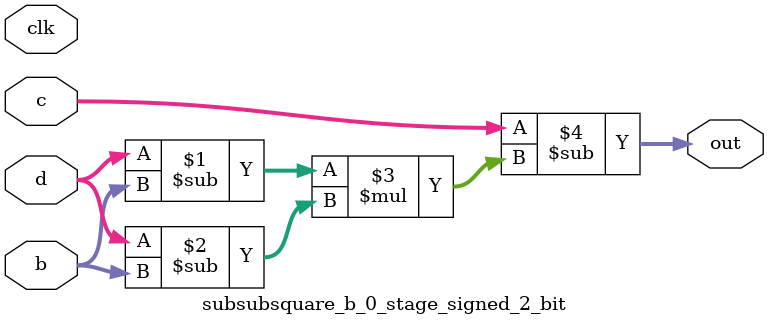
<source format=sv>
(* use_dsp = "yes" *) module subsubsquare_b_0_stage_signed_2_bit(
	input signed [1:0] b,
	input signed [1:0] c,
	input signed [1:0] d,
	output [1:0] out,
	input clk);

	assign out = c - ((d - b) * (d - b));
endmodule

</source>
